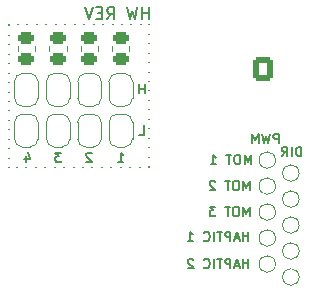
<source format=gbr>
%TF.GenerationSoftware,KiCad,Pcbnew,7.0.7*%
%TF.CreationDate,2024-02-16T21:08:36+01:00*%
%TF.ProjectId,OpenHand,4f70656e-4861-46e6-942e-6b696361645f,rev?*%
%TF.SameCoordinates,Original*%
%TF.FileFunction,Legend,Bot*%
%TF.FilePolarity,Positive*%
%FSLAX46Y46*%
G04 Gerber Fmt 4.6, Leading zero omitted, Abs format (unit mm)*
G04 Created by KiCad (PCBNEW 7.0.7) date 2024-02-16 21:08:36*
%MOMM*%
%LPD*%
G01*
G04 APERTURE LIST*
G04 Aperture macros list*
%AMRoundRect*
0 Rectangle with rounded corners*
0 $1 Rounding radius*
0 $2 $3 $4 $5 $6 $7 $8 $9 X,Y pos of 4 corners*
0 Add a 4 corners polygon primitive as box body*
4,1,4,$2,$3,$4,$5,$6,$7,$8,$9,$2,$3,0*
0 Add four circle primitives for the rounded corners*
1,1,$1+$1,$2,$3*
1,1,$1+$1,$4,$5*
1,1,$1+$1,$6,$7*
1,1,$1+$1,$8,$9*
0 Add four rect primitives between the rounded corners*
20,1,$1+$1,$2,$3,$4,$5,0*
20,1,$1+$1,$4,$5,$6,$7,0*
20,1,$1+$1,$6,$7,$8,$9,0*
20,1,$1+$1,$8,$9,$2,$3,0*%
%AMFreePoly0*
4,1,19,0.500000,-0.750000,0.000000,-0.750000,0.000000,-0.744911,-0.071157,-0.744911,-0.207708,-0.704816,-0.327430,-0.627875,-0.420627,-0.520320,-0.479746,-0.390866,-0.500000,-0.250000,-0.500000,0.250000,-0.479746,0.390866,-0.420627,0.520320,-0.327430,0.627875,-0.207708,0.704816,-0.071157,0.744911,0.000000,0.744911,0.000000,0.750000,0.500000,0.750000,0.500000,-0.750000,0.500000,-0.750000,
$1*%
%AMFreePoly1*
4,1,19,0.000000,0.744911,0.071157,0.744911,0.207708,0.704816,0.327430,0.627875,0.420627,0.520320,0.479746,0.390866,0.500000,0.250000,0.500000,-0.250000,0.479746,-0.390866,0.420627,-0.520320,0.327430,-0.627875,0.207708,-0.704816,0.071157,-0.744911,0.000000,-0.744911,0.000000,-0.750000,-0.500000,-0.750000,-0.500000,0.750000,0.000000,0.750000,0.000000,0.744911,0.000000,0.744911,
$1*%
G04 Aperture macros list end*
%ADD10C,0.200000*%
%ADD11C,0.150000*%
%ADD12C,0.120000*%
%ADD13RoundRect,0.250000X0.600000X0.750000X-0.600000X0.750000X-0.600000X-0.750000X0.600000X-0.750000X0*%
%ADD14O,1.700000X2.000000*%
%ADD15C,0.800000*%
%ADD16C,6.400000*%
%ADD17RoundRect,0.250000X-0.600000X-0.725000X0.600000X-0.725000X0.600000X0.725000X-0.600000X0.725000X0*%
%ADD18O,1.700000X1.950000*%
%ADD19C,0.650000*%
%ADD20O,2.100000X1.000000*%
%ADD21O,1.800000X1.000000*%
%ADD22RoundRect,0.250000X0.750000X-0.600000X0.750000X0.600000X-0.750000X0.600000X-0.750000X-0.600000X0*%
%ADD23O,2.000000X1.700000*%
%ADD24R,1.700000X1.700000*%
%ADD25O,1.700000X1.700000*%
%ADD26RoundRect,0.250000X-0.450000X0.262500X-0.450000X-0.262500X0.450000X-0.262500X0.450000X0.262500X0*%
%ADD27C,1.000000*%
%ADD28FreePoly0,90.000000*%
%ADD29FreePoly1,90.000000*%
G04 APERTURE END LIST*
D10*
X124000000Y-103400000D02*
X124000000Y-103400000D01*
X124800000Y-103400000D02*
X124800000Y-103400000D01*
X125600000Y-103400000D02*
X125600000Y-103400000D01*
X126400000Y-103400000D02*
X126400000Y-103400000D01*
X127200000Y-103400000D02*
X127200000Y-103400000D01*
X128000000Y-103400000D02*
X128000000Y-103400000D01*
X128800000Y-103400000D02*
X128800000Y-103400000D01*
X129600000Y-103400000D02*
X129600000Y-103400000D01*
X130400000Y-103400000D02*
X130400000Y-103400000D01*
X131200000Y-103400000D02*
X131200000Y-103400000D01*
X132000000Y-103400000D02*
X132000000Y-103400000D01*
X132800000Y-103400000D02*
X132800000Y-103400000D01*
X133600000Y-103400000D02*
X133600000Y-103400000D01*
X134400000Y-103400000D02*
X134400000Y-103400000D01*
X135200000Y-103400000D02*
X135200000Y-103400000D01*
X135900000Y-103400000D02*
X135900000Y-103400000D01*
X135900000Y-104200000D02*
X135900000Y-104200000D01*
X135900000Y-105000000D02*
X135900000Y-105000000D01*
X135900000Y-105800000D02*
X135900000Y-105800000D01*
X135900000Y-106600000D02*
X135900000Y-106600000D01*
X135900000Y-107400000D02*
X135900000Y-107400000D01*
X135900000Y-108200000D02*
X135900000Y-108200000D01*
X135900000Y-109000000D02*
X135900000Y-109000000D01*
X135900000Y-109800000D02*
X135900000Y-109800000D01*
X135900000Y-110600000D02*
X135900000Y-110600000D01*
X135900000Y-111400000D02*
X135900000Y-111400000D01*
X135900000Y-112200000D02*
X135900000Y-112200000D01*
X135900000Y-113000000D02*
X135900000Y-113000000D01*
X135900000Y-113800000D02*
X135900000Y-113800000D01*
X135900000Y-114600000D02*
X135900000Y-114600000D01*
X135900000Y-115400000D02*
X135900000Y-115400000D01*
X135900000Y-115500000D02*
X135900000Y-115500000D01*
X135100000Y-115500000D02*
X135100000Y-115500000D01*
X134300000Y-115500000D02*
X134300000Y-115500000D01*
X133500000Y-115500000D02*
X133500000Y-115500000D01*
X132700000Y-115500000D02*
X132700000Y-115500000D01*
X131900000Y-115500000D02*
X131900000Y-115500000D01*
X131100000Y-115500000D02*
X131100000Y-115500000D01*
X130300000Y-115500000D02*
X130300000Y-115500000D01*
X129500000Y-115500000D02*
X129500000Y-115500000D01*
X128700000Y-115500000D02*
X128700000Y-115500000D01*
X127900000Y-115500000D02*
X127900000Y-115500000D01*
X127100000Y-115500000D02*
X127100000Y-115500000D01*
X126300000Y-115500000D02*
X126300000Y-115500000D01*
X125500000Y-115500000D02*
X125500000Y-115500000D01*
X124700000Y-115500000D02*
X124700000Y-115500000D01*
X124000000Y-115500000D02*
X124000000Y-115500000D01*
X124000000Y-114700000D02*
X124000000Y-114700000D01*
X124000000Y-113900000D02*
X124000000Y-113900000D01*
X124000000Y-113100000D02*
X124000000Y-113100000D01*
X124000000Y-112300000D02*
X124000000Y-112300000D01*
X124000000Y-111500000D02*
X124000000Y-111500000D01*
X124000000Y-110700000D02*
X124000000Y-110700000D01*
X124000000Y-109900000D02*
X124000000Y-109900000D01*
X124000000Y-109100000D02*
X124000000Y-109100000D01*
X124000000Y-108300000D02*
X124000000Y-108300000D01*
X124000000Y-107500000D02*
X124000000Y-107500000D01*
X124000000Y-106700000D02*
X124000000Y-106700000D01*
X124000000Y-105900000D02*
X124000000Y-105900000D01*
X124000000Y-105100000D02*
X124000000Y-105100000D01*
X124000000Y-104300000D02*
X124000000Y-104300000D01*
X124000000Y-103500000D02*
X124000000Y-103500000D01*
D11*
X144410839Y-117462295D02*
X144410839Y-116662295D01*
X144410839Y-116662295D02*
X144144173Y-117233723D01*
X144144173Y-117233723D02*
X143877506Y-116662295D01*
X143877506Y-116662295D02*
X143877506Y-117462295D01*
X143344172Y-116662295D02*
X143191791Y-116662295D01*
X143191791Y-116662295D02*
X143115601Y-116700390D01*
X143115601Y-116700390D02*
X143039410Y-116776580D01*
X143039410Y-116776580D02*
X143001315Y-116928961D01*
X143001315Y-116928961D02*
X143001315Y-117195628D01*
X143001315Y-117195628D02*
X143039410Y-117348009D01*
X143039410Y-117348009D02*
X143115601Y-117424200D01*
X143115601Y-117424200D02*
X143191791Y-117462295D01*
X143191791Y-117462295D02*
X143344172Y-117462295D01*
X143344172Y-117462295D02*
X143420363Y-117424200D01*
X143420363Y-117424200D02*
X143496553Y-117348009D01*
X143496553Y-117348009D02*
X143534649Y-117195628D01*
X143534649Y-117195628D02*
X143534649Y-116928961D01*
X143534649Y-116928961D02*
X143496553Y-116776580D01*
X143496553Y-116776580D02*
X143420363Y-116700390D01*
X143420363Y-116700390D02*
X143344172Y-116662295D01*
X142772744Y-116662295D02*
X142315601Y-116662295D01*
X142544173Y-117462295D02*
X142544173Y-116662295D01*
X141477506Y-116738485D02*
X141439410Y-116700390D01*
X141439410Y-116700390D02*
X141363220Y-116662295D01*
X141363220Y-116662295D02*
X141172744Y-116662295D01*
X141172744Y-116662295D02*
X141096553Y-116700390D01*
X141096553Y-116700390D02*
X141058458Y-116738485D01*
X141058458Y-116738485D02*
X141020363Y-116814676D01*
X141020363Y-116814676D02*
X141020363Y-116890866D01*
X141020363Y-116890866D02*
X141058458Y-117005152D01*
X141058458Y-117005152D02*
X141515601Y-117462295D01*
X141515601Y-117462295D02*
X141020363Y-117462295D01*
X144410839Y-119662295D02*
X144410839Y-118862295D01*
X144410839Y-118862295D02*
X144144173Y-119433723D01*
X144144173Y-119433723D02*
X143877506Y-118862295D01*
X143877506Y-118862295D02*
X143877506Y-119662295D01*
X143344172Y-118862295D02*
X143191791Y-118862295D01*
X143191791Y-118862295D02*
X143115601Y-118900390D01*
X143115601Y-118900390D02*
X143039410Y-118976580D01*
X143039410Y-118976580D02*
X143001315Y-119128961D01*
X143001315Y-119128961D02*
X143001315Y-119395628D01*
X143001315Y-119395628D02*
X143039410Y-119548009D01*
X143039410Y-119548009D02*
X143115601Y-119624200D01*
X143115601Y-119624200D02*
X143191791Y-119662295D01*
X143191791Y-119662295D02*
X143344172Y-119662295D01*
X143344172Y-119662295D02*
X143420363Y-119624200D01*
X143420363Y-119624200D02*
X143496553Y-119548009D01*
X143496553Y-119548009D02*
X143534649Y-119395628D01*
X143534649Y-119395628D02*
X143534649Y-119128961D01*
X143534649Y-119128961D02*
X143496553Y-118976580D01*
X143496553Y-118976580D02*
X143420363Y-118900390D01*
X143420363Y-118900390D02*
X143344172Y-118862295D01*
X142772744Y-118862295D02*
X142315601Y-118862295D01*
X142544173Y-119662295D02*
X142544173Y-118862295D01*
X141515601Y-118862295D02*
X141020363Y-118862295D01*
X141020363Y-118862295D02*
X141287029Y-119167057D01*
X141287029Y-119167057D02*
X141172744Y-119167057D01*
X141172744Y-119167057D02*
X141096553Y-119205152D01*
X141096553Y-119205152D02*
X141058458Y-119243247D01*
X141058458Y-119243247D02*
X141020363Y-119319438D01*
X141020363Y-119319438D02*
X141020363Y-119509914D01*
X141020363Y-119509914D02*
X141058458Y-119586104D01*
X141058458Y-119586104D02*
X141096553Y-119624200D01*
X141096553Y-119624200D02*
X141172744Y-119662295D01*
X141172744Y-119662295D02*
X141401315Y-119662295D01*
X141401315Y-119662295D02*
X141477506Y-119624200D01*
X141477506Y-119624200D02*
X141515601Y-119586104D01*
X144510839Y-115262295D02*
X144510839Y-114462295D01*
X144510839Y-114462295D02*
X144244173Y-115033723D01*
X144244173Y-115033723D02*
X143977506Y-114462295D01*
X143977506Y-114462295D02*
X143977506Y-115262295D01*
X143444172Y-114462295D02*
X143291791Y-114462295D01*
X143291791Y-114462295D02*
X143215601Y-114500390D01*
X143215601Y-114500390D02*
X143139410Y-114576580D01*
X143139410Y-114576580D02*
X143101315Y-114728961D01*
X143101315Y-114728961D02*
X143101315Y-114995628D01*
X143101315Y-114995628D02*
X143139410Y-115148009D01*
X143139410Y-115148009D02*
X143215601Y-115224200D01*
X143215601Y-115224200D02*
X143291791Y-115262295D01*
X143291791Y-115262295D02*
X143444172Y-115262295D01*
X143444172Y-115262295D02*
X143520363Y-115224200D01*
X143520363Y-115224200D02*
X143596553Y-115148009D01*
X143596553Y-115148009D02*
X143634649Y-114995628D01*
X143634649Y-114995628D02*
X143634649Y-114728961D01*
X143634649Y-114728961D02*
X143596553Y-114576580D01*
X143596553Y-114576580D02*
X143520363Y-114500390D01*
X143520363Y-114500390D02*
X143444172Y-114462295D01*
X142872744Y-114462295D02*
X142415601Y-114462295D01*
X142644173Y-115262295D02*
X142644173Y-114462295D01*
X141120363Y-115262295D02*
X141577506Y-115262295D01*
X141348934Y-115262295D02*
X141348934Y-114462295D01*
X141348934Y-114462295D02*
X141425125Y-114576580D01*
X141425125Y-114576580D02*
X141501315Y-114652771D01*
X141501315Y-114652771D02*
X141577506Y-114690866D01*
D10*
X125447618Y-114526361D02*
X125447618Y-115059695D01*
X125638094Y-114221600D02*
X125828571Y-114793028D01*
X125828571Y-114793028D02*
X125333332Y-114793028D01*
X148777945Y-114559695D02*
X148777945Y-113759695D01*
X148777945Y-113759695D02*
X148587469Y-113759695D01*
X148587469Y-113759695D02*
X148473183Y-113797790D01*
X148473183Y-113797790D02*
X148396993Y-113873980D01*
X148396993Y-113873980D02*
X148358898Y-113950171D01*
X148358898Y-113950171D02*
X148320802Y-114102552D01*
X148320802Y-114102552D02*
X148320802Y-114216838D01*
X148320802Y-114216838D02*
X148358898Y-114369219D01*
X148358898Y-114369219D02*
X148396993Y-114445409D01*
X148396993Y-114445409D02*
X148473183Y-114521600D01*
X148473183Y-114521600D02*
X148587469Y-114559695D01*
X148587469Y-114559695D02*
X148777945Y-114559695D01*
X147977945Y-114559695D02*
X147977945Y-113759695D01*
X147139850Y-114559695D02*
X147406517Y-114178742D01*
X147596993Y-114559695D02*
X147596993Y-113759695D01*
X147596993Y-113759695D02*
X147292231Y-113759695D01*
X147292231Y-113759695D02*
X147216041Y-113797790D01*
X147216041Y-113797790D02*
X147177946Y-113835885D01*
X147177946Y-113835885D02*
X147139850Y-113912076D01*
X147139850Y-113912076D02*
X147139850Y-114026361D01*
X147139850Y-114026361D02*
X147177946Y-114102552D01*
X147177946Y-114102552D02*
X147216041Y-114140647D01*
X147216041Y-114140647D02*
X147292231Y-114178742D01*
X147292231Y-114178742D02*
X147596993Y-114178742D01*
X135528570Y-109259695D02*
X135528570Y-108459695D01*
X135528570Y-108840647D02*
X135071427Y-108840647D01*
X135071427Y-109259695D02*
X135071427Y-108459695D01*
D11*
X144310839Y-121762295D02*
X144310839Y-120962295D01*
X144310839Y-121343247D02*
X143853696Y-121343247D01*
X143853696Y-121762295D02*
X143853696Y-120962295D01*
X143510840Y-121533723D02*
X143129887Y-121533723D01*
X143587030Y-121762295D02*
X143320363Y-120962295D01*
X143320363Y-120962295D02*
X143053697Y-121762295D01*
X142787030Y-121762295D02*
X142787030Y-120962295D01*
X142787030Y-120962295D02*
X142482268Y-120962295D01*
X142482268Y-120962295D02*
X142406078Y-121000390D01*
X142406078Y-121000390D02*
X142367983Y-121038485D01*
X142367983Y-121038485D02*
X142329887Y-121114676D01*
X142329887Y-121114676D02*
X142329887Y-121228961D01*
X142329887Y-121228961D02*
X142367983Y-121305152D01*
X142367983Y-121305152D02*
X142406078Y-121343247D01*
X142406078Y-121343247D02*
X142482268Y-121381342D01*
X142482268Y-121381342D02*
X142787030Y-121381342D01*
X142101316Y-120962295D02*
X141644173Y-120962295D01*
X141872745Y-121762295D02*
X141872745Y-120962295D01*
X141377506Y-121762295D02*
X141377506Y-120962295D01*
X140539411Y-121686104D02*
X140577507Y-121724200D01*
X140577507Y-121724200D02*
X140691792Y-121762295D01*
X140691792Y-121762295D02*
X140767983Y-121762295D01*
X140767983Y-121762295D02*
X140882269Y-121724200D01*
X140882269Y-121724200D02*
X140958459Y-121648009D01*
X140958459Y-121648009D02*
X140996554Y-121571819D01*
X140996554Y-121571819D02*
X141034650Y-121419438D01*
X141034650Y-121419438D02*
X141034650Y-121305152D01*
X141034650Y-121305152D02*
X140996554Y-121152771D01*
X140996554Y-121152771D02*
X140958459Y-121076580D01*
X140958459Y-121076580D02*
X140882269Y-121000390D01*
X140882269Y-121000390D02*
X140767983Y-120962295D01*
X140767983Y-120962295D02*
X140691792Y-120962295D01*
X140691792Y-120962295D02*
X140577507Y-121000390D01*
X140577507Y-121000390D02*
X140539411Y-121038485D01*
X139167983Y-121762295D02*
X139625126Y-121762295D01*
X139396554Y-121762295D02*
X139396554Y-120962295D01*
X139396554Y-120962295D02*
X139472745Y-121076580D01*
X139472745Y-121076580D02*
X139548935Y-121152771D01*
X139548935Y-121152771D02*
X139625126Y-121190866D01*
D10*
X128466666Y-114259695D02*
X127971428Y-114259695D01*
X127971428Y-114259695D02*
X128238094Y-114564457D01*
X128238094Y-114564457D02*
X128123809Y-114564457D01*
X128123809Y-114564457D02*
X128047618Y-114602552D01*
X128047618Y-114602552D02*
X128009523Y-114640647D01*
X128009523Y-114640647D02*
X127971428Y-114716838D01*
X127971428Y-114716838D02*
X127971428Y-114907314D01*
X127971428Y-114907314D02*
X128009523Y-114983504D01*
X128009523Y-114983504D02*
X128047618Y-115021600D01*
X128047618Y-115021600D02*
X128123809Y-115059695D01*
X128123809Y-115059695D02*
X128352380Y-115059695D01*
X128352380Y-115059695D02*
X128428571Y-115021600D01*
X128428571Y-115021600D02*
X128466666Y-114983504D01*
D11*
X144310839Y-124062295D02*
X144310839Y-123262295D01*
X144310839Y-123643247D02*
X143853696Y-123643247D01*
X143853696Y-124062295D02*
X143853696Y-123262295D01*
X143510840Y-123833723D02*
X143129887Y-123833723D01*
X143587030Y-124062295D02*
X143320363Y-123262295D01*
X143320363Y-123262295D02*
X143053697Y-124062295D01*
X142787030Y-124062295D02*
X142787030Y-123262295D01*
X142787030Y-123262295D02*
X142482268Y-123262295D01*
X142482268Y-123262295D02*
X142406078Y-123300390D01*
X142406078Y-123300390D02*
X142367983Y-123338485D01*
X142367983Y-123338485D02*
X142329887Y-123414676D01*
X142329887Y-123414676D02*
X142329887Y-123528961D01*
X142329887Y-123528961D02*
X142367983Y-123605152D01*
X142367983Y-123605152D02*
X142406078Y-123643247D01*
X142406078Y-123643247D02*
X142482268Y-123681342D01*
X142482268Y-123681342D02*
X142787030Y-123681342D01*
X142101316Y-123262295D02*
X141644173Y-123262295D01*
X141872745Y-124062295D02*
X141872745Y-123262295D01*
X141377506Y-124062295D02*
X141377506Y-123262295D01*
X140539411Y-123986104D02*
X140577507Y-124024200D01*
X140577507Y-124024200D02*
X140691792Y-124062295D01*
X140691792Y-124062295D02*
X140767983Y-124062295D01*
X140767983Y-124062295D02*
X140882269Y-124024200D01*
X140882269Y-124024200D02*
X140958459Y-123948009D01*
X140958459Y-123948009D02*
X140996554Y-123871819D01*
X140996554Y-123871819D02*
X141034650Y-123719438D01*
X141034650Y-123719438D02*
X141034650Y-123605152D01*
X141034650Y-123605152D02*
X140996554Y-123452771D01*
X140996554Y-123452771D02*
X140958459Y-123376580D01*
X140958459Y-123376580D02*
X140882269Y-123300390D01*
X140882269Y-123300390D02*
X140767983Y-123262295D01*
X140767983Y-123262295D02*
X140691792Y-123262295D01*
X140691792Y-123262295D02*
X140577507Y-123300390D01*
X140577507Y-123300390D02*
X140539411Y-123338485D01*
X139625126Y-123338485D02*
X139587030Y-123300390D01*
X139587030Y-123300390D02*
X139510840Y-123262295D01*
X139510840Y-123262295D02*
X139320364Y-123262295D01*
X139320364Y-123262295D02*
X139244173Y-123300390D01*
X139244173Y-123300390D02*
X139206078Y-123338485D01*
X139206078Y-123338485D02*
X139167983Y-123414676D01*
X139167983Y-123414676D02*
X139167983Y-123490866D01*
X139167983Y-123490866D02*
X139206078Y-123605152D01*
X139206078Y-123605152D02*
X139663221Y-124062295D01*
X139663221Y-124062295D02*
X139167983Y-124062295D01*
D10*
X146877945Y-113459695D02*
X146877945Y-112659695D01*
X146877945Y-112659695D02*
X146573183Y-112659695D01*
X146573183Y-112659695D02*
X146496993Y-112697790D01*
X146496993Y-112697790D02*
X146458898Y-112735885D01*
X146458898Y-112735885D02*
X146420802Y-112812076D01*
X146420802Y-112812076D02*
X146420802Y-112926361D01*
X146420802Y-112926361D02*
X146458898Y-113002552D01*
X146458898Y-113002552D02*
X146496993Y-113040647D01*
X146496993Y-113040647D02*
X146573183Y-113078742D01*
X146573183Y-113078742D02*
X146877945Y-113078742D01*
X146154136Y-112659695D02*
X145963660Y-113459695D01*
X145963660Y-113459695D02*
X145811279Y-112888266D01*
X145811279Y-112888266D02*
X145658898Y-113459695D01*
X145658898Y-113459695D02*
X145468422Y-112659695D01*
X145163659Y-113459695D02*
X145163659Y-112659695D01*
X145163659Y-112659695D02*
X144896993Y-113231123D01*
X144896993Y-113231123D02*
X144630326Y-112659695D01*
X144630326Y-112659695D02*
X144630326Y-113459695D01*
D11*
X135863220Y-102969819D02*
X135863220Y-101969819D01*
X135863220Y-102446009D02*
X135291792Y-102446009D01*
X135291792Y-102969819D02*
X135291792Y-101969819D01*
X134910839Y-101969819D02*
X134672744Y-102969819D01*
X134672744Y-102969819D02*
X134482268Y-102255533D01*
X134482268Y-102255533D02*
X134291792Y-102969819D01*
X134291792Y-102969819D02*
X134053697Y-101969819D01*
X132339411Y-102969819D02*
X132672744Y-102493628D01*
X132910839Y-102969819D02*
X132910839Y-101969819D01*
X132910839Y-101969819D02*
X132529887Y-101969819D01*
X132529887Y-101969819D02*
X132434649Y-102017438D01*
X132434649Y-102017438D02*
X132387030Y-102065057D01*
X132387030Y-102065057D02*
X132339411Y-102160295D01*
X132339411Y-102160295D02*
X132339411Y-102303152D01*
X132339411Y-102303152D02*
X132387030Y-102398390D01*
X132387030Y-102398390D02*
X132434649Y-102446009D01*
X132434649Y-102446009D02*
X132529887Y-102493628D01*
X132529887Y-102493628D02*
X132910839Y-102493628D01*
X131910839Y-102446009D02*
X131577506Y-102446009D01*
X131434649Y-102969819D02*
X131910839Y-102969819D01*
X131910839Y-102969819D02*
X131910839Y-101969819D01*
X131910839Y-101969819D02*
X131434649Y-101969819D01*
X131148934Y-101969819D02*
X130815601Y-102969819D01*
X130815601Y-102969819D02*
X130482268Y-101969819D01*
D10*
X135052380Y-112759695D02*
X135433332Y-112759695D01*
X135433332Y-112759695D02*
X135433332Y-111959695D01*
X131028571Y-114335885D02*
X130990475Y-114297790D01*
X130990475Y-114297790D02*
X130914285Y-114259695D01*
X130914285Y-114259695D02*
X130723809Y-114259695D01*
X130723809Y-114259695D02*
X130647618Y-114297790D01*
X130647618Y-114297790D02*
X130609523Y-114335885D01*
X130609523Y-114335885D02*
X130571428Y-114412076D01*
X130571428Y-114412076D02*
X130571428Y-114488266D01*
X130571428Y-114488266D02*
X130609523Y-114602552D01*
X130609523Y-114602552D02*
X131066666Y-115059695D01*
X131066666Y-115059695D02*
X130571428Y-115059695D01*
X133271428Y-115059695D02*
X133728571Y-115059695D01*
X133499999Y-115059695D02*
X133499999Y-114259695D01*
X133499999Y-114259695D02*
X133576190Y-114373980D01*
X133576190Y-114373980D02*
X133652380Y-114450171D01*
X133652380Y-114450171D02*
X133728571Y-114488266D01*
D12*
%TO.C,R16*%
X126235000Y-105222936D02*
X126235000Y-105677064D01*
X124765000Y-105222936D02*
X124765000Y-105677064D01*
%TO.C,TP51*%
X146600000Y-119300000D02*
G75*
G03*
X146600000Y-119300000I-700000J0D01*
G01*
%TO.C,JP7*%
X133200000Y-110350000D02*
X133800000Y-110350000D01*
X134500000Y-109650000D02*
X134500000Y-108250000D01*
X132500000Y-108250000D02*
X132500000Y-109650000D01*
X133800000Y-107550000D02*
X133200000Y-107550000D01*
X132500000Y-109650000D02*
G75*
G03*
X133200000Y-110350000I699999J-1D01*
G01*
X133800000Y-110350000D02*
G75*
G03*
X134500000Y-109650000I1J699999D01*
G01*
X133200000Y-107550000D02*
G75*
G03*
X132500000Y-108250000I0J-700000D01*
G01*
X134500000Y-108250000D02*
G75*
G03*
X133800000Y-107550000I-700000J0D01*
G01*
%TO.C,TP56*%
X146600000Y-123700000D02*
G75*
G03*
X146600000Y-123700000I-700000J0D01*
G01*
%TO.C,TP49*%
X148600000Y-120400000D02*
G75*
G03*
X148600000Y-120400000I-700000J0D01*
G01*
%TO.C,TP38*%
X146600000Y-114900000D02*
G75*
G03*
X146600000Y-114900000I-700000J0D01*
G01*
%TO.C,JP11*%
X133200000Y-113800000D02*
X133800000Y-113800000D01*
X134500000Y-113100000D02*
X134500000Y-111700000D01*
X132500000Y-111700000D02*
X132500000Y-113100000D01*
X133800000Y-111000000D02*
X133200000Y-111000000D01*
X132500000Y-113100000D02*
G75*
G03*
X133200000Y-113800000I699999J-1D01*
G01*
X133800000Y-113800000D02*
G75*
G03*
X134500000Y-113100000I1J699999D01*
G01*
X133200000Y-111000000D02*
G75*
G03*
X132500000Y-111700000I0J-700000D01*
G01*
X134500000Y-111700000D02*
G75*
G03*
X133800000Y-111000000I-700000J0D01*
G01*
%TO.C,R15*%
X128935000Y-105222936D02*
X128935000Y-105677064D01*
X127465000Y-105222936D02*
X127465000Y-105677064D01*
%TO.C,R14*%
X131585000Y-105222936D02*
X131585000Y-105677064D01*
X130115000Y-105222936D02*
X130115000Y-105677064D01*
%TO.C,TP36*%
X148600000Y-116000000D02*
G75*
G03*
X148600000Y-116000000I-700000J0D01*
G01*
%TO.C,JP8*%
X130550000Y-110350000D02*
X131150000Y-110350000D01*
X131850000Y-109650000D02*
X131850000Y-108250000D01*
X129850000Y-108250000D02*
X129850000Y-109650000D01*
X131150000Y-107550000D02*
X130550000Y-107550000D01*
X129850000Y-109650000D02*
G75*
G03*
X130550000Y-110350000I699999J-1D01*
G01*
X131150000Y-110350000D02*
G75*
G03*
X131850000Y-109650000I1J699999D01*
G01*
X130550000Y-107550000D02*
G75*
G03*
X129850000Y-108250000I0J-700000D01*
G01*
X131850000Y-108250000D02*
G75*
G03*
X131150000Y-107550000I-700000J0D01*
G01*
%TO.C,R13*%
X134235000Y-105222936D02*
X134235000Y-105677064D01*
X132765000Y-105222936D02*
X132765000Y-105677064D01*
%TO.C,TP55*%
X148600000Y-124800000D02*
G75*
G03*
X148600000Y-124800000I-700000J0D01*
G01*
%TO.C,JP10*%
X125200000Y-110350000D02*
X125800000Y-110350000D01*
X126500000Y-109650000D02*
X126500000Y-108250000D01*
X124500000Y-108250000D02*
X124500000Y-109650000D01*
X125800000Y-107550000D02*
X125200000Y-107550000D01*
X124500000Y-109650000D02*
G75*
G03*
X125200000Y-110350000I699999J-1D01*
G01*
X125800000Y-110350000D02*
G75*
G03*
X126500000Y-109650000I1J699999D01*
G01*
X125200000Y-107550000D02*
G75*
G03*
X124500000Y-108250000I0J-700000D01*
G01*
X126500000Y-108250000D02*
G75*
G03*
X125800000Y-107550000I-700000J0D01*
G01*
%TO.C,JP14*%
X125200000Y-113800000D02*
X125800000Y-113800000D01*
X126500000Y-113100000D02*
X126500000Y-111700000D01*
X124500000Y-111700000D02*
X124500000Y-113100000D01*
X125800000Y-111000000D02*
X125200000Y-111000000D01*
X124500000Y-113100000D02*
G75*
G03*
X125200000Y-113800000I699999J-1D01*
G01*
X125800000Y-113800000D02*
G75*
G03*
X126500000Y-113100000I1J699999D01*
G01*
X125200000Y-111000000D02*
G75*
G03*
X124500000Y-111700000I0J-700000D01*
G01*
X126500000Y-111700000D02*
G75*
G03*
X125800000Y-111000000I-700000J0D01*
G01*
%TO.C,TP37*%
X148600000Y-118200000D02*
G75*
G03*
X148600000Y-118200000I-700000J0D01*
G01*
%TO.C,JP12*%
X130550000Y-113800000D02*
X131150000Y-113800000D01*
X131850000Y-113100000D02*
X131850000Y-111700000D01*
X129850000Y-111700000D02*
X129850000Y-113100000D01*
X131150000Y-111000000D02*
X130550000Y-111000000D01*
X129850000Y-113100000D02*
G75*
G03*
X130550000Y-113800000I699999J-1D01*
G01*
X131150000Y-113800000D02*
G75*
G03*
X131850000Y-113100000I1J699999D01*
G01*
X130550000Y-111000000D02*
G75*
G03*
X129850000Y-111700000I0J-700000D01*
G01*
X131850000Y-111700000D02*
G75*
G03*
X131150000Y-111000000I-700000J0D01*
G01*
%TO.C,TP39*%
X146600000Y-117100000D02*
G75*
G03*
X146600000Y-117100000I-700000J0D01*
G01*
%TO.C,JP9*%
X127900000Y-110350000D02*
X128500000Y-110350000D01*
X129200000Y-109650000D02*
X129200000Y-108250000D01*
X127200000Y-108250000D02*
X127200000Y-109650000D01*
X128500000Y-107550000D02*
X127900000Y-107550000D01*
X127200000Y-109650000D02*
G75*
G03*
X127900000Y-110350000I699999J-1D01*
G01*
X128500000Y-110350000D02*
G75*
G03*
X129200000Y-109650000I1J699999D01*
G01*
X127900000Y-107550000D02*
G75*
G03*
X127200000Y-108250000I0J-700000D01*
G01*
X129200000Y-108250000D02*
G75*
G03*
X128500000Y-107550000I-700000J0D01*
G01*
%TO.C,TP50*%
X148600000Y-122600000D02*
G75*
G03*
X148600000Y-122600000I-700000J0D01*
G01*
%TO.C,JP13*%
X127900000Y-113800000D02*
X128500000Y-113800000D01*
X129200000Y-113100000D02*
X129200000Y-111700000D01*
X127200000Y-111700000D02*
X127200000Y-113100000D01*
X128500000Y-111000000D02*
X127900000Y-111000000D01*
X127200000Y-113100000D02*
G75*
G03*
X127900000Y-113800000I699999J-1D01*
G01*
X128500000Y-113800000D02*
G75*
G03*
X129200000Y-113100000I1J699999D01*
G01*
X127900000Y-111000000D02*
G75*
G03*
X127200000Y-111700000I0J-700000D01*
G01*
X129200000Y-111700000D02*
G75*
G03*
X128500000Y-111000000I-700000J0D01*
G01*
%TO.C,TP52*%
X146600000Y-121500000D02*
G75*
G03*
X146600000Y-121500000I-700000J0D01*
G01*
%TD*%
%LPC*%
D13*
%TO.C,J2*%
X187350000Y-142800000D03*
D14*
X184850000Y-142800000D03*
%TD*%
D15*
%TO.C,H4*%
X202600000Y-145000000D03*
X203302944Y-143302944D03*
X203302944Y-146697056D03*
X205000000Y-142600000D03*
D16*
X205000000Y-145000000D03*
D15*
X205000000Y-147400000D03*
X206697056Y-143302944D03*
X206697056Y-146697056D03*
X207400000Y-145000000D03*
%TD*%
D17*
%TO.C,J12*%
X145500000Y-107200000D03*
D18*
X148000000Y-107200000D03*
X150500000Y-107200000D03*
%TD*%
D17*
%TO.C,J9*%
X181450000Y-107200000D03*
D18*
X183950000Y-107200000D03*
X186450000Y-107200000D03*
%TD*%
D19*
%TO.C,J5*%
X106605000Y-111210000D03*
X106605000Y-116990000D03*
D20*
X107125000Y-109780000D03*
D21*
X102925000Y-109780000D03*
D20*
X107125000Y-118420000D03*
D21*
X102925000Y-118420000D03*
%TD*%
D17*
%TO.C,J8*%
X156700000Y-107200000D03*
D18*
X159200000Y-107200000D03*
X161700000Y-107200000D03*
%TD*%
D15*
%TO.C,H1*%
X102600000Y-105000000D03*
X103302944Y-103302944D03*
X103302944Y-106697056D03*
X105000000Y-102600000D03*
D16*
X105000000Y-105000000D03*
D15*
X105000000Y-107400000D03*
X106697056Y-103302944D03*
X106697056Y-106697056D03*
X107400000Y-105000000D03*
%TD*%
D13*
%TO.C,J1*%
X178600000Y-142800000D03*
D14*
X176100000Y-142800000D03*
%TD*%
D22*
%TO.C,J3*%
X107232500Y-138250000D03*
D23*
X107232500Y-135750000D03*
%TD*%
D17*
%TO.C,J13*%
X170250000Y-107200000D03*
D18*
X172750000Y-107200000D03*
X175250000Y-107200000D03*
%TD*%
D17*
%TO.C,J4*%
X192650000Y-107200000D03*
D18*
X195150000Y-107200000D03*
X197650000Y-107200000D03*
%TD*%
D15*
%TO.C,H3*%
X102600000Y-145000000D03*
X103302944Y-143302944D03*
X103302944Y-146697056D03*
X105000000Y-142600000D03*
D16*
X105000000Y-145000000D03*
D15*
X105000000Y-147400000D03*
X106697056Y-143302944D03*
X106697056Y-146697056D03*
X107400000Y-145000000D03*
%TD*%
D13*
%TO.C,J11*%
X166550000Y-142767500D03*
D14*
X164050000Y-142767500D03*
%TD*%
D13*
%TO.C,J6*%
X196050000Y-142767500D03*
D14*
X193550000Y-142767500D03*
%TD*%
D13*
%TO.C,J7*%
X157850000Y-142767500D03*
D14*
X155350000Y-142767500D03*
%TD*%
D15*
%TO.C,H2*%
X202600000Y-105000000D03*
X203302944Y-103302944D03*
X203302944Y-106697056D03*
X205000000Y-102600000D03*
D16*
X205000000Y-105000000D03*
D15*
X205000000Y-107400000D03*
X206697056Y-103302944D03*
X206697056Y-106697056D03*
X207400000Y-105000000D03*
%TD*%
D24*
%TO.C,J10*%
X118100000Y-131340000D03*
D25*
X118100000Y-128800000D03*
X118100000Y-126260000D03*
X118100000Y-123720000D03*
X118100000Y-121180000D03*
X118100000Y-118640000D03*
%TD*%
D26*
%TO.C,R16*%
X125500000Y-104537500D03*
X125500000Y-106362500D03*
%TD*%
D27*
%TO.C,TP51*%
X145900000Y-119300000D03*
%TD*%
D28*
%TO.C,JP7*%
X133500000Y-109600000D03*
D29*
X133500000Y-108300000D03*
%TD*%
D27*
%TO.C,TP56*%
X145900000Y-123700000D03*
%TD*%
%TO.C,TP49*%
X147900000Y-120400000D03*
%TD*%
%TO.C,TP38*%
X145900000Y-114900000D03*
%TD*%
D28*
%TO.C,JP11*%
X133500000Y-113050000D03*
D29*
X133500000Y-111750000D03*
%TD*%
D26*
%TO.C,R15*%
X128200000Y-104537500D03*
X128200000Y-106362500D03*
%TD*%
%TO.C,R14*%
X130850000Y-104537500D03*
X130850000Y-106362500D03*
%TD*%
D27*
%TO.C,TP36*%
X147900000Y-116000000D03*
%TD*%
D28*
%TO.C,JP8*%
X130850000Y-109600000D03*
D29*
X130850000Y-108300000D03*
%TD*%
D26*
%TO.C,R13*%
X133500000Y-104537500D03*
X133500000Y-106362500D03*
%TD*%
D27*
%TO.C,TP55*%
X147900000Y-124800000D03*
%TD*%
D28*
%TO.C,JP10*%
X125500000Y-109600000D03*
D29*
X125500000Y-108300000D03*
%TD*%
D28*
%TO.C,JP14*%
X125500000Y-113050000D03*
D29*
X125500000Y-111750000D03*
%TD*%
D27*
%TO.C,TP37*%
X147900000Y-118200000D03*
%TD*%
D28*
%TO.C,JP12*%
X130850000Y-113050000D03*
D29*
X130850000Y-111750000D03*
%TD*%
D27*
%TO.C,TP39*%
X145900000Y-117100000D03*
%TD*%
D28*
%TO.C,JP9*%
X128200000Y-109600000D03*
D29*
X128200000Y-108300000D03*
%TD*%
D27*
%TO.C,TP50*%
X147900000Y-122600000D03*
%TD*%
D28*
%TO.C,JP13*%
X128200000Y-113050000D03*
D29*
X128200000Y-111750000D03*
%TD*%
D27*
%TO.C,TP52*%
X145900000Y-121500000D03*
%TD*%
%LPD*%
M02*

</source>
